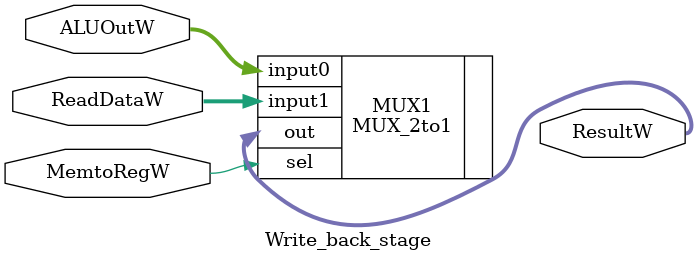
<source format=v>
module Write_back_stage (
    // input & output ports
    input  wire      [31:0]   ALUOutW,
    input  wire      [31:0]   ReadDataW,
    input  wire               MemtoRegW,
    output wire      [31:0]   ResultW
);

MUX_2to1 #(.size(32)) MUX1(
    .input0(ALUOutW), 
    .input1(ReadDataW), 
    .sel(MemtoRegW), 
    .out(ResultW)
    );
    
endmodule
</source>
